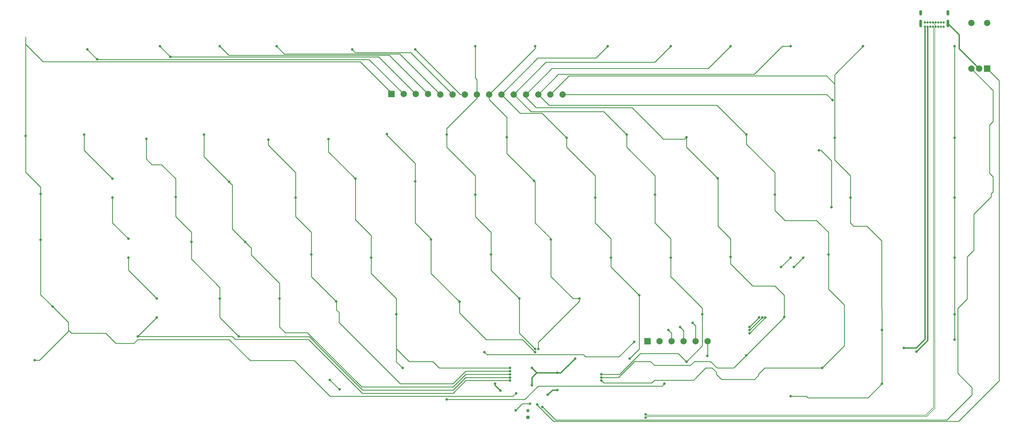
<source format=gbr>
%TF.GenerationSoftware,KiCad,Pcbnew,(6.0.0)*%
%TF.CreationDate,2022-01-14T20:24:59+07:00*%
%TF.ProjectId,fese75,66657365-3735-42e6-9b69-6361645f7063,rev?*%
%TF.SameCoordinates,Original*%
%TF.FileFunction,Copper,L1,Top*%
%TF.FilePolarity,Positive*%
%FSLAX46Y46*%
G04 Gerber Fmt 4.6, Leading zero omitted, Abs format (unit mm)*
G04 Created by KiCad (PCBNEW (6.0.0)) date 2022-01-14 20:24:59*
%MOMM*%
%LPD*%
G01*
G04 APERTURE LIST*
%TA.AperFunction,ComponentPad*%
%ADD10C,1.000000*%
%TD*%
%TA.AperFunction,ComponentPad*%
%ADD11C,0.700000*%
%TD*%
%TA.AperFunction,ComponentPad*%
%ADD12O,0.900000X2.400000*%
%TD*%
%TA.AperFunction,ComponentPad*%
%ADD13O,0.900000X1.700000*%
%TD*%
%TA.AperFunction,ComponentPad*%
%ADD14R,1.000000X1.000000*%
%TD*%
%TA.AperFunction,ComponentPad*%
%ADD15C,2.000000*%
%TD*%
%TA.AperFunction,ComponentPad*%
%ADD16R,2.000000X2.000000*%
%TD*%
%TA.AperFunction,ViaPad*%
%ADD17C,0.800000*%
%TD*%
%TA.AperFunction,Conductor*%
%ADD18C,0.250000*%
%TD*%
%TA.AperFunction,Conductor*%
%ADD19C,0.254000*%
%TD*%
%TA.AperFunction,Conductor*%
%ADD20C,0.381000*%
%TD*%
%TA.AperFunction,Conductor*%
%ADD21C,0.200000*%
%TD*%
G04 APERTURE END LIST*
D10*
%TO.P,TP1,1,1*%
%TO.N,Net-(R2-Pad2)*%
X194600000Y-176300000D03*
%TD*%
D11*
%TO.P,J2,A1,GND*%
%TO.N,GND*%
X326443750Y-54537500D03*
%TO.P,J2,A4,VBUS*%
%TO.N,VCC*%
X325593750Y-54537500D03*
%TO.P,J2,A5,CC1*%
%TO.N,unconnected-(J2-PadA5)*%
X324743750Y-54537500D03*
%TO.P,J2,A6,D+*%
%TO.N,D+*%
X323893750Y-54537500D03*
%TO.P,J2,A7,D-*%
%TO.N,D-*%
X323043750Y-54537500D03*
%TO.P,J2,A8,SBU1*%
%TO.N,unconnected-(J2-PadA8)*%
X322193750Y-54537500D03*
%TO.P,J2,A9,VBUS*%
%TO.N,VCC*%
X321343750Y-54537500D03*
%TO.P,J2,A12,GND*%
%TO.N,GND*%
X320493750Y-54537500D03*
%TO.P,J2,B1,GND*%
X320493750Y-53187500D03*
%TO.P,J2,B4,VBUS*%
%TO.N,VCC*%
X321343750Y-53187500D03*
%TO.P,J2,B5,CC2*%
%TO.N,unconnected-(J2-PadB5)*%
X322193750Y-53187500D03*
%TO.P,J2,B6,D+*%
%TO.N,D+*%
X323043750Y-53187500D03*
%TO.P,J2,B7,D-*%
%TO.N,D-*%
X323893750Y-53187500D03*
%TO.P,J2,B8,SBU2*%
%TO.N,unconnected-(J2-PadB8)*%
X324743750Y-53187500D03*
%TO.P,J2,B9,VBUS*%
%TO.N,VCC*%
X325593750Y-53187500D03*
%TO.P,J2,B12,GND*%
%TO.N,GND*%
X326443750Y-53187500D03*
D12*
%TO.P,J2,S1,SHIELD*%
X319143750Y-53557500D03*
X327793750Y-53557500D03*
D13*
X319143750Y-50177500D03*
X327793750Y-50177500D03*
%TD*%
D14*
%TO.P,TP2,1,1*%
%TO.N,GND*%
X194600000Y-178400000D03*
%TD*%
D15*
%TO.P,TP13,1,1*%
%TO.N,COL11*%
X190131250Y-76043750D03*
%TD*%
%TO.P,TP4,1,1*%
%TO.N,COL2*%
X155224111Y-75943750D03*
%TD*%
D16*
%TO.P,TP3,1,1*%
%TO.N,COL1*%
X151345540Y-75943750D03*
%TD*%
D15*
%TO.P,TP9,1,1*%
%TO.N,COL7*%
X174616966Y-76043750D03*
%TD*%
%TO.P,TP7,1,1*%
%TO.N,COL5*%
X166859824Y-76043750D03*
%TD*%
%TO.P,TP14,1,1*%
%TO.N,COL12*%
X194009821Y-76043750D03*
%TD*%
%TO.P,TP5,1,1*%
%TO.N,COL3*%
X159102682Y-75943750D03*
%TD*%
%TO.P,TP11,1,1*%
%TO.N,COL9*%
X182374108Y-76043750D03*
%TD*%
%TO.P,TP10,1,1*%
%TO.N,COL8*%
X178495537Y-76043750D03*
%TD*%
D16*
%TO.P,SW1,A,A*%
%TO.N,ROT_A*%
X340250000Y-67887500D03*
D15*
%TO.P,SW1,B,B*%
%TO.N,ROT_B*%
X335250000Y-67887500D03*
%TO.P,SW1,C,C*%
%TO.N,GND*%
X337750000Y-67887500D03*
%TO.P,SW1,S1,S1*%
%TO.N,COL15*%
X335250000Y-53387500D03*
%TO.P,SW1,S2,S2*%
%TO.N,/ROT1*%
X340250000Y-53387500D03*
%TD*%
%TO.P,TP15,1,1*%
%TO.N,COL13*%
X197888392Y-76043750D03*
%TD*%
%TO.P,TP20,1,1*%
%TO.N,ROW3*%
X240171250Y-154343750D03*
%TD*%
%TO.P,TP16,1,1*%
%TO.N,COL14*%
X201766963Y-76043750D03*
%TD*%
%TO.P,TP23,1,1*%
%TO.N,ROW6*%
X251631250Y-154343750D03*
%TD*%
%TO.P,TP22,1,1*%
%TO.N,ROW5*%
X247811250Y-154343750D03*
%TD*%
%TO.P,TP19,1,1*%
%TO.N,ROW2*%
X236351250Y-154343750D03*
%TD*%
%TO.P,TP6,1,1*%
%TO.N,COL4*%
X162981253Y-75943750D03*
%TD*%
%TO.P,TP12,1,1*%
%TO.N,COL10*%
X186252679Y-76043750D03*
%TD*%
D16*
%TO.P,TP18,1,1*%
%TO.N,ROW1*%
X232531250Y-154343750D03*
%TD*%
D15*
%TO.P,TP21,1,1*%
%TO.N,ROW4*%
X243991250Y-154343750D03*
%TD*%
%TO.P,TP17,1,1*%
%TO.N,COL15*%
X205645540Y-76043750D03*
%TD*%
%TO.P,TP8,1,1*%
%TO.N,COL6*%
X170738395Y-76043750D03*
%TD*%
D17*
%TO.N,COL12*%
X244925000Y-89593750D03*
X217925000Y-165787500D03*
X275925000Y-146593750D03*
X254815625Y-102678125D03*
X263925000Y-158787500D03*
X258925000Y-127568750D03*
X258925000Y-60787500D03*
%TO.N,COL13*%
X263925000Y-88787500D03*
X289925000Y-126787500D03*
X277925000Y-60787500D03*
X272925000Y-107787500D03*
X217925000Y-166787500D03*
X287925000Y-162787500D03*
%TO.N,COL9*%
X196925000Y-60787500D03*
X196565625Y-103428125D03*
X201925000Y-122068750D03*
X210925000Y-140787500D03*
X197955533Y-156768837D03*
X187925000Y-89593750D03*
%TO.N,COL10*%
X215925000Y-108787500D03*
X220925000Y-127787500D03*
X226925000Y-159787500D03*
X229925000Y-139787500D03*
X206925000Y-89787500D03*
X219925000Y-60787500D03*
%TO.N,COL11*%
X249925000Y-145787500D03*
X239925000Y-60787500D03*
X234925000Y-107787500D03*
X239925000Y-127787500D03*
X225925000Y-88787500D03*
X217925000Y-164787500D03*
X244925000Y-160787500D03*
%TO.N,COL2*%
X67925000Y-121787500D03*
X67925000Y-127787500D03*
X62925000Y-108787500D03*
X76925000Y-146787500D03*
X70925000Y-152787500D03*
X188925000Y-166787500D03*
X76925000Y-140787500D03*
X53925000Y-88787500D03*
X54925000Y-61787500D03*
X58081250Y-64917250D03*
X62925000Y-102787500D03*
%TO.N,COL3*%
X81243331Y-64105831D03*
X82925000Y-108568750D03*
X102925000Y-152787500D03*
X96925000Y-140787500D03*
X188925000Y-165787500D03*
X73660000Y-90170000D03*
X77925000Y-60787500D03*
X87925000Y-122787500D03*
%TO.N,COL6*%
X139925000Y-102787500D03*
X144925000Y-127787500D03*
X131376729Y-90239229D03*
X152925000Y-145787500D03*
X138925000Y-61787500D03*
X188924998Y-162776274D03*
X154925000Y-162787500D03*
%TO.N,COL14*%
X296925000Y-108787500D03*
X306925000Y-167787500D03*
X300925000Y-60787500D03*
X291925000Y-89787500D03*
X277925000Y-171787500D03*
X306925000Y-150787500D03*
%TO.N,COL4*%
X96925000Y-60787500D03*
X99925000Y-103787500D03*
X104925000Y-122787500D03*
X91925000Y-88787500D03*
X115925000Y-140787500D03*
X188912701Y-164775201D03*
%TO.N,COL1*%
X40133750Y-122122500D03*
X35371250Y-89203750D03*
X190925000Y-170787500D03*
X38231250Y-160343750D03*
X40133750Y-107546250D03*
X43881250Y-143293750D03*
%TO.N,ROW1*%
X228331250Y-154443750D03*
X190731250Y-176243750D03*
X195331250Y-174143750D03*
X131831250Y-166543750D03*
X134931250Y-169543750D03*
X180831250Y-157743750D03*
%TO.N,ROW2*%
X278925000Y-130787500D03*
X269925000Y-146787500D03*
X286925000Y-93787500D03*
X290925000Y-111787500D03*
X281925000Y-127787500D03*
X264925000Y-151787500D03*
%TO.N,ROW3*%
X274925000Y-130787500D03*
X277925000Y-127787500D03*
X239175000Y-150787500D03*
X264925000Y-150787500D03*
X268925000Y-146787500D03*
%TO.N,ROW4*%
X267925000Y-146787500D03*
X242887500Y-149787500D03*
X264925000Y-149787500D03*
%TO.N,ROW5*%
X246879651Y-148468271D03*
%TO.N,ROW6*%
X237925000Y-167787500D03*
X168925000Y-172787500D03*
X251531250Y-158943750D03*
%TO.N,COL5*%
X125925000Y-126787500D03*
X120925000Y-108787500D03*
X133815625Y-141678125D03*
X188925146Y-163775776D03*
X112326729Y-90385771D03*
X114925000Y-60787500D03*
%TO.N,COL7*%
X163925000Y-122068750D03*
X149925000Y-88593750D03*
X158925000Y-103568750D03*
X172925000Y-141787500D03*
X158925000Y-61787500D03*
X196925000Y-157787500D03*
%TO.N,COL8*%
X191925000Y-140787500D03*
X182925000Y-126787500D03*
X177925000Y-60787500D03*
X196937299Y-156775201D03*
X168925000Y-88787500D03*
X177925000Y-107787500D03*
%TO.N,COL15*%
X329925000Y-127787500D03*
X329925000Y-145787500D03*
X329925000Y-153787500D03*
X329925000Y-89787500D03*
X329925000Y-60787500D03*
X291200500Y-77843750D03*
X329925000Y-108787500D03*
%TO.N,GND*%
X200898998Y-171251497D03*
X184225000Y-167787500D03*
X185925003Y-169987493D03*
X195925000Y-162787500D03*
X209575000Y-159787500D03*
X203925000Y-164287500D03*
X195925000Y-168287500D03*
X203937299Y-169775201D03*
X313800000Y-156400000D03*
%TO.N,D+*%
X232000000Y-178525000D03*
%TO.N,D-*%
X232000000Y-177475000D03*
%TO.N,ROT_A*%
X197625461Y-174369816D03*
%TO.N,ROT_B*%
X199200000Y-175100000D03*
%TO.N,VCC*%
X317800000Y-157600000D03*
%TD*%
D18*
%TO.N,COL12*%
X252925000Y-100787500D02*
X254815625Y-102678125D01*
D19*
X202241071Y-67812500D02*
X251900000Y-67812500D01*
D18*
X275925000Y-139787500D02*
X275925000Y-146593750D01*
X254925000Y-113787500D02*
X254925000Y-116787500D01*
X234719797Y-161938271D02*
X246210755Y-161938271D01*
D19*
X244925000Y-89593750D02*
X244323479Y-90195271D01*
X227631250Y-80243750D02*
X197231250Y-80243750D01*
D18*
X233510755Y-160729229D02*
X234719797Y-161938271D01*
X258925000Y-60787500D02*
X251900000Y-67812500D01*
X244925000Y-91787500D02*
X244925000Y-92787500D01*
X223311526Y-165787500D02*
X228369797Y-160729229D01*
X265925000Y-136787500D02*
X272925000Y-136787500D01*
X258925000Y-129787500D02*
X265925000Y-136787500D01*
X254815625Y-102678125D02*
X254925000Y-102787500D01*
X247419797Y-160729229D02*
X252560755Y-160729229D01*
D19*
X237517852Y-90195271D02*
X236784729Y-89462148D01*
D18*
X228369797Y-160729229D02*
X233510755Y-160729229D01*
X244925000Y-92787500D02*
X252925000Y-100787500D01*
X254925000Y-117787500D02*
X258925000Y-121787500D01*
X275925000Y-146593750D02*
X275925000Y-146787500D01*
X275925000Y-146787500D02*
X263925000Y-158787500D01*
D19*
X194009821Y-77022321D02*
X194009821Y-76043750D01*
D18*
X252560755Y-160729229D02*
X254619026Y-162787500D01*
X217925000Y-165787500D02*
X223311526Y-165787500D01*
X244925000Y-89593750D02*
X244925000Y-91787500D01*
D19*
X194009821Y-76043750D02*
X202241071Y-67812500D01*
D18*
X254925000Y-116787500D02*
X254925000Y-117787500D01*
X259925000Y-162787500D02*
X263925000Y-158787500D01*
D19*
X236784729Y-89462148D02*
X236784729Y-89397229D01*
D18*
X272925000Y-136787500D02*
X275925000Y-139787500D01*
X254619026Y-162787500D02*
X259925000Y-162787500D01*
D19*
X197231250Y-80243750D02*
X194009821Y-77022321D01*
D18*
X258925000Y-121787500D02*
X258925000Y-127568750D01*
D19*
X236784729Y-89397229D02*
X227631250Y-80243750D01*
D18*
X258925000Y-127568750D02*
X258925000Y-129787500D01*
D19*
X244323479Y-90195271D02*
X237517852Y-90195271D01*
D18*
X254925000Y-102787500D02*
X254925000Y-113787500D01*
X246210755Y-161938271D02*
X247419797Y-160729229D01*
%TO.N,COL13*%
X289925000Y-126787500D02*
X289925000Y-134787500D01*
X289925000Y-137787500D02*
X294925000Y-142787500D01*
X255986542Y-166393271D02*
X254380771Y-164787500D01*
X287906729Y-162769229D02*
X269731745Y-162769229D01*
X248175771Y-165616148D02*
X248175771Y-165661320D01*
X252989810Y-162769229D02*
X251022690Y-162769229D01*
X272925000Y-100787500D02*
X272925000Y-112787500D01*
X247176800Y-166660291D02*
X234797790Y-166660291D01*
X294925000Y-142787500D02*
X294925000Y-155787500D01*
X272925000Y-112787500D02*
X276156250Y-116018750D01*
X266493820Y-166393271D02*
X255986542Y-166393271D01*
X289925000Y-119787500D02*
X289925000Y-126787500D01*
D19*
X254581250Y-79443750D02*
X201288392Y-79443750D01*
D18*
X267713474Y-165173617D02*
X266493820Y-166393271D01*
X254380771Y-164160190D02*
X252989810Y-162769229D01*
X251022690Y-162769229D02*
X248175771Y-165616148D01*
X289925000Y-134787500D02*
X289925000Y-137787500D01*
X263925000Y-88787500D02*
X263925000Y-91787500D01*
X294925000Y-155787500D02*
X287925000Y-162787500D01*
X287925000Y-162787500D02*
X287906729Y-162769229D01*
D19*
X204288392Y-69643750D02*
X197888392Y-76043750D01*
D18*
X287156250Y-117018750D02*
X289925000Y-119787500D01*
X233939810Y-167518271D02*
X218655771Y-167518271D01*
D19*
X201288392Y-79443750D02*
X197888392Y-76043750D01*
X263925000Y-88787500D02*
X254581250Y-79443750D01*
X266429353Y-69643750D02*
X204288392Y-69643750D01*
X276156250Y-116018750D02*
X286156250Y-116018750D01*
D18*
X234797790Y-166660291D02*
X233939810Y-167518271D01*
X263925000Y-91787500D02*
X272925000Y-100787500D01*
X254380771Y-164787500D02*
X254380771Y-164160190D01*
X269731745Y-162769229D02*
X267713474Y-164787500D01*
X218655771Y-167518271D02*
X217925000Y-166787500D01*
D19*
X275285603Y-60787500D02*
X266429353Y-69643750D01*
X286156250Y-116018750D02*
X287156250Y-117018750D01*
X277925000Y-60787500D02*
X275285603Y-60787500D01*
D18*
X267713474Y-164787500D02*
X267713474Y-165173617D01*
X248175771Y-165661320D02*
X247176800Y-166660291D01*
%TO.N,COL9*%
X187925000Y-89593750D02*
X187925000Y-94787500D01*
X196925000Y-114787500D02*
X196925000Y-116787500D01*
X196565625Y-103428125D02*
X196925000Y-103787500D01*
D19*
X182374108Y-76043750D02*
X196925000Y-61492858D01*
D18*
X208925000Y-140787500D02*
X210925000Y-140787500D01*
D19*
X196925000Y-61492858D02*
X196925000Y-60787500D01*
D18*
X201925000Y-132787500D02*
X201925000Y-133787500D01*
D19*
X182374108Y-77686608D02*
X182374108Y-76043750D01*
D18*
X201925000Y-121787500D02*
X201925000Y-122068750D01*
X187925000Y-94787500D02*
X191925000Y-98787500D01*
X187925000Y-83237500D02*
X187925000Y-89593750D01*
X201925000Y-122068750D02*
X201925000Y-132787500D01*
X197925000Y-156738304D02*
X197955533Y-156768837D01*
X210925000Y-141634591D02*
X197925000Y-154634591D01*
X201925000Y-133787500D02*
X208925000Y-140787500D01*
X210925000Y-140787500D02*
X210925000Y-141634591D01*
X196925000Y-103787500D02*
X196925000Y-114787500D01*
X197925000Y-154634591D02*
X197925000Y-156738304D01*
X196925000Y-116787500D02*
X199925000Y-119787500D01*
X199925000Y-119787500D02*
X201925000Y-121787500D01*
D19*
X187925000Y-83237500D02*
X182374108Y-77686608D01*
D18*
X191925000Y-98787500D02*
X196565625Y-103428125D01*
D19*
%TO.N,COL10*%
X199124729Y-81987229D02*
X192196158Y-81987229D01*
D18*
X220925000Y-121787500D02*
X220925000Y-127787500D01*
X215925000Y-114787500D02*
X215925000Y-116787500D01*
D19*
X206925000Y-92787500D02*
X206925000Y-89787500D01*
D18*
X215925000Y-108787500D02*
X215925000Y-114787500D01*
X215925000Y-101787500D02*
X215925000Y-108787500D01*
X219925000Y-60787500D02*
X216200000Y-64512500D01*
X229925000Y-156787500D02*
X226925000Y-159787500D01*
X220925000Y-130787500D02*
X229925000Y-139787500D01*
X220925000Y-127787500D02*
X220925000Y-130787500D01*
X206925000Y-92787500D02*
X214925000Y-100787500D01*
X214925000Y-100787500D02*
X215925000Y-101787500D01*
D19*
X186252679Y-76043750D02*
X197783929Y-64512500D01*
X197783929Y-64512500D02*
X216200000Y-64512500D01*
X206925000Y-89787500D02*
X199124729Y-81987229D01*
D18*
X229925000Y-139787500D02*
X229925000Y-156787500D01*
X215925000Y-116787500D02*
X220925000Y-121787500D01*
D19*
X192196158Y-81987229D02*
X186252679Y-76043750D01*
D18*
%TO.N,COL11*%
X223675809Y-164787500D02*
X217925000Y-164787500D01*
D19*
X225925000Y-88787500D02*
X218671209Y-81533709D01*
D18*
X249925000Y-155787500D02*
X244925000Y-160787500D01*
X249925000Y-143787500D02*
X249925000Y-155787500D01*
X225925000Y-92787500D02*
X234925000Y-101787500D01*
X244925000Y-160787500D02*
X242326729Y-158189229D01*
X242326729Y-158189229D02*
X230274080Y-158189229D01*
X230274080Y-158189229D02*
X223675809Y-164787500D01*
D19*
X195621209Y-81533709D02*
X190131250Y-76043750D01*
D18*
X234925000Y-101787500D02*
X234925000Y-115787500D01*
X234925000Y-115787500D02*
X234925000Y-116787500D01*
D19*
X190131250Y-76043750D02*
X200312500Y-65862500D01*
D18*
X225925000Y-88787500D02*
X225925000Y-92787500D01*
D19*
X218671209Y-81533709D02*
X195621209Y-81533709D01*
D18*
X239925000Y-60787500D02*
X234850000Y-65862500D01*
X234925000Y-116787500D02*
X239925000Y-121787500D01*
X239925000Y-121787500D02*
X239925000Y-133787500D01*
X239925000Y-133787500D02*
X249925000Y-143787500D01*
D19*
X200312500Y-65862500D02*
X234850000Y-65862500D01*
D18*
%TO.N,COL2*%
X76925000Y-146787500D02*
X70925000Y-152787500D01*
X100925000Y-152787500D02*
X101815625Y-153678125D01*
D19*
X58081250Y-64943750D02*
X144224111Y-64943750D01*
D18*
X170925000Y-170787500D02*
X174925000Y-166787500D01*
X70925000Y-152787500D02*
X100925000Y-152787500D01*
X62925000Y-108787500D02*
X62925000Y-116787500D01*
X67925000Y-127787500D02*
X67925000Y-131787500D01*
X53925000Y-88787500D02*
X53925000Y-93787500D01*
X62925000Y-116787500D02*
X67925000Y-121787500D01*
X174925000Y-166787500D02*
X188925000Y-166787500D01*
X53925000Y-93787500D02*
X62925000Y-102787500D01*
X101815625Y-153678125D02*
X125009375Y-153678125D01*
D19*
X54925000Y-61787500D02*
X58081250Y-64943750D01*
D18*
X67925000Y-131787500D02*
X76925000Y-140787500D01*
X125009375Y-153678125D02*
X142118750Y-170787500D01*
D19*
X144224111Y-64943750D02*
X155224111Y-75943750D01*
D18*
X142118750Y-170787500D02*
X170925000Y-170787500D01*
%TO.N,COL3*%
X82925000Y-114787500D02*
X87925000Y-119787500D01*
D19*
X147264763Y-64105831D02*
X159102682Y-75943750D01*
D18*
X87925000Y-119787500D02*
X87925000Y-128269026D01*
X78445771Y-98308271D02*
X82925000Y-102787500D01*
D19*
X73660000Y-90170000D02*
X73660000Y-96522500D01*
D18*
X82925000Y-108568750D02*
X82925000Y-114787500D01*
X125344282Y-152831250D02*
X127206250Y-154693218D01*
X102968750Y-152831250D02*
X125344282Y-152831250D01*
X82925000Y-102787500D02*
X82925000Y-108568750D01*
X102925000Y-152787500D02*
X96925000Y-146787500D01*
X102925000Y-152787500D02*
X102968750Y-152831250D01*
D19*
X73660000Y-96522500D02*
X75445771Y-98308271D01*
D18*
X174925000Y-165787500D02*
X188925000Y-165787500D01*
D19*
X77925000Y-60787500D02*
X81243331Y-64105831D01*
D18*
X127206250Y-154787500D02*
X142250000Y-169831250D01*
X75445771Y-98308271D02*
X78445771Y-98308271D01*
X87925000Y-128269026D02*
X96925000Y-137269026D01*
X170881250Y-169831250D02*
X174925000Y-165787500D01*
X96925000Y-137269026D02*
X96925000Y-146787500D01*
X142250000Y-169831250D02*
X170881250Y-169831250D01*
D19*
X81243331Y-64105831D02*
X147264763Y-64105831D01*
D18*
X127206250Y-154693218D02*
X127206250Y-154787500D01*
D19*
%TO.N,COL6*%
X157439916Y-62745271D02*
X170738395Y-76043750D01*
D18*
X166501550Y-162776274D02*
X188924998Y-162776274D01*
X152925000Y-155787500D02*
X152925000Y-159787500D01*
X131376729Y-90239229D02*
X131376729Y-94239229D01*
X131376729Y-94239229D02*
X139925000Y-102787500D01*
X139925000Y-102787500D02*
X139925000Y-113787500D01*
X156983271Y-160729229D02*
X152925000Y-156670958D01*
D19*
X139882771Y-62745271D02*
X157439916Y-62745271D01*
D18*
X188917953Y-162769229D02*
X188924998Y-162776274D01*
X152925000Y-159787500D02*
X152925000Y-160787500D01*
X164454505Y-160729229D02*
X166501550Y-162776274D01*
X152925000Y-140787500D02*
X152925000Y-145787500D01*
X152925000Y-156670958D02*
X152925000Y-155787500D01*
X154925000Y-162787500D02*
X154925000Y-163015841D01*
X152925000Y-160787500D02*
X154925000Y-162787500D01*
X156983271Y-160729229D02*
X164454505Y-160729229D01*
X139925000Y-115787500D02*
X142925000Y-118787500D01*
X142925000Y-118787500D02*
X144925000Y-120787500D01*
X144925000Y-127787500D02*
X144925000Y-132787500D01*
X152925000Y-145787500D02*
X152925000Y-155787500D01*
X139925000Y-113787500D02*
X139925000Y-115787500D01*
X144925000Y-120787500D02*
X144925000Y-127787500D01*
X144925000Y-132787500D02*
X152925000Y-140787500D01*
D19*
X138925000Y-61787500D02*
X139882771Y-62745271D01*
D18*
%TO.N,COL14*%
X291925000Y-96787500D02*
X296925000Y-101787500D01*
X282925000Y-171787500D02*
X283399521Y-172262021D01*
X291925000Y-72737500D02*
X291925000Y-96787500D01*
X300925000Y-60787500D02*
X291925000Y-69787500D01*
X297925000Y-117787500D02*
X296925000Y-116787500D01*
D19*
X289331250Y-70143750D02*
X291925000Y-72737500D01*
D18*
X306925000Y-150787500D02*
X306925000Y-167787500D01*
X306819579Y-143963329D02*
X306819579Y-122488329D01*
X291925000Y-69787500D02*
X291925000Y-72737500D01*
X302118750Y-117787500D02*
X297925000Y-117787500D01*
X306925000Y-144068750D02*
X306819579Y-143963329D01*
D19*
X207666963Y-70143750D02*
X289331250Y-70143750D01*
X201766963Y-76043750D02*
X207666963Y-70143750D01*
D18*
X306925000Y-150787500D02*
X306925000Y-144068750D01*
X302450479Y-172262021D02*
X306925000Y-167787500D01*
X296925000Y-116787500D02*
X296925000Y-108787500D01*
X296925000Y-101787500D02*
X296925000Y-108787500D01*
X283399521Y-172262021D02*
X302450479Y-172262021D01*
X306819579Y-122488329D02*
X302118750Y-117787500D01*
X277925000Y-171787500D02*
X282925000Y-171787500D01*
%TO.N,COL4*%
X106925000Y-124787500D02*
X106925000Y-126922091D01*
X100925000Y-104787500D02*
X100925000Y-118787500D01*
X174925000Y-164787500D02*
X188900402Y-164787500D01*
X104925000Y-122787500D02*
X106925000Y-124787500D01*
X115925000Y-135922091D02*
X115925000Y-140787500D01*
X91925000Y-88787500D02*
X91925000Y-95787500D01*
X91925000Y-95787500D02*
X100925000Y-104787500D01*
X100925000Y-118787500D02*
X104925000Y-122787500D01*
D19*
X150689814Y-63652311D02*
X162981253Y-75943750D01*
D18*
X115925000Y-140787500D02*
X115925000Y-149787500D01*
X141936250Y-168787500D02*
X170925000Y-168787500D01*
X188900402Y-164787500D02*
X188912701Y-164775201D01*
X117708750Y-151571250D02*
X124720000Y-151571250D01*
D19*
X99789811Y-63652311D02*
X150689814Y-63652311D01*
D18*
X106925000Y-126922091D02*
X115925000Y-135922091D01*
X124720000Y-151571250D02*
X141936250Y-168787500D01*
X115925000Y-149787500D02*
X117708750Y-151571250D01*
D19*
X96925000Y-60787500D02*
X99789811Y-63652311D01*
D18*
X170925000Y-168787500D02*
X174925000Y-164787500D01*
D19*
%TO.N,COL1*%
X40133750Y-122122500D02*
X40133750Y-139546250D01*
X60775000Y-151787500D02*
X63966771Y-154979271D01*
D18*
X40133750Y-105641250D02*
X40133750Y-107546250D01*
D19*
X69695729Y-154979271D02*
X70887500Y-153787500D01*
X40133750Y-105453750D02*
X40133750Y-105641250D01*
X48925000Y-148337500D02*
X48925000Y-150787500D01*
X35371250Y-60133669D02*
X40881331Y-65643750D01*
X43881250Y-143293750D02*
X48925000Y-148337500D01*
X38231250Y-160343750D02*
X39781783Y-160343750D01*
D18*
X35371250Y-57828750D02*
X35371250Y-58083750D01*
X35371250Y-89203750D02*
X35371250Y-100691250D01*
D19*
X40133750Y-139546250D02*
X43881250Y-143293750D01*
D18*
X99925000Y-153787500D02*
X106565625Y-160428125D01*
X120565625Y-160428125D02*
X131925000Y-171787500D01*
X189925000Y-171787500D02*
X190925000Y-170787500D01*
X40133750Y-107546250D02*
X40133750Y-122122500D01*
D19*
X48925000Y-151200533D02*
X48925000Y-150787500D01*
D18*
X106565625Y-160428125D02*
X120565625Y-160428125D01*
D19*
X35371250Y-58083750D02*
X35371250Y-60133669D01*
D18*
X49925000Y-151787500D02*
X60775000Y-151787500D01*
D19*
X35371250Y-100691250D02*
X40133750Y-105453750D01*
X141431250Y-65643750D02*
X151345540Y-75558040D01*
D18*
X131925000Y-171787500D02*
X189925000Y-171787500D01*
D19*
X40881331Y-65643750D02*
X141431250Y-65643750D01*
X39781783Y-160343750D02*
X48925000Y-151200533D01*
D18*
X35371250Y-58083750D02*
X35371250Y-86403750D01*
X35371250Y-86403750D02*
X35371250Y-89203750D01*
D19*
X63966771Y-154979271D02*
X69695729Y-154979271D01*
X151345540Y-75558040D02*
X151345540Y-75943750D01*
D18*
X70887500Y-153787500D02*
X99925000Y-153787500D01*
X48925000Y-150787500D02*
X49925000Y-151787500D01*
D19*
%TO.N,ROW1*%
X180831250Y-157743750D02*
X181631250Y-158543750D01*
X134831250Y-169543750D02*
X134931250Y-169543750D01*
X131831250Y-166543750D02*
X134831250Y-169543750D01*
X212202717Y-158543750D02*
X212918138Y-159259171D01*
X212918138Y-159259171D02*
X223515829Y-159259171D01*
X190731250Y-176243750D02*
X192831250Y-174143750D01*
X223515829Y-159259171D02*
X228331250Y-154443750D01*
X181631250Y-158543750D02*
X212202717Y-158543750D01*
X192831250Y-174143750D02*
X195331250Y-174143750D01*
D18*
%TO.N,ROW2*%
X264925000Y-151787500D02*
X264949614Y-151787500D01*
X287631454Y-93787500D02*
X286925000Y-93787500D01*
X269925000Y-146812114D02*
X269925000Y-146787500D01*
X290925000Y-97081046D02*
X287631454Y-93787500D01*
X264949614Y-151787500D02*
X269925000Y-146812114D01*
X278925000Y-130787500D02*
X281925000Y-127787500D01*
X290925000Y-111787500D02*
X290925000Y-97081046D01*
%TO.N,ROW3*%
X268925000Y-146787500D02*
X268925000Y-146812114D01*
X268925000Y-146812114D02*
X264949614Y-150787500D01*
D19*
X240171250Y-154343750D02*
X240171250Y-151783750D01*
D18*
X264949614Y-150787500D02*
X264925000Y-150787500D01*
D19*
X240171250Y-151783750D02*
X239175000Y-150787500D01*
D18*
X277925000Y-127787500D02*
X274925000Y-130787500D01*
D19*
%TO.N,ROW4*%
X243991250Y-154343750D02*
X243991250Y-150891250D01*
X243991250Y-150891250D02*
X242887500Y-149787500D01*
D18*
X267925000Y-146787500D02*
X264925000Y-149787500D01*
D19*
%TO.N,ROW5*%
X247811250Y-154343750D02*
X247811250Y-149399870D01*
X247811250Y-149399870D02*
X246879651Y-148468271D01*
%TO.N,ROW6*%
X251531250Y-158943750D02*
X251631250Y-158843750D01*
D18*
X237206250Y-168506250D02*
X237925000Y-167787500D01*
D19*
X197893750Y-168506250D02*
X237206250Y-168506250D01*
X193612500Y-172787500D02*
X197893750Y-168506250D01*
X251631250Y-158843750D02*
X251631250Y-154343750D01*
X168925000Y-172787500D02*
X193612500Y-172787500D01*
D18*
%TO.N,COL5*%
X133925000Y-144397091D02*
X134729795Y-145201886D01*
D19*
X154014865Y-63198791D02*
X166859824Y-76043750D01*
D18*
X120925000Y-100787500D02*
X120925000Y-114787500D01*
X125925000Y-119787500D02*
X125925000Y-133787500D01*
D19*
X114925000Y-60787500D02*
X117336291Y-63198791D01*
D18*
X120925000Y-114787500D02*
X125925000Y-119787500D01*
X133925000Y-141787500D02*
X133925000Y-144397091D01*
X134729795Y-148397091D02*
X154120204Y-167787500D01*
D19*
X117336291Y-63198791D02*
X154014865Y-63198791D01*
D18*
X133815625Y-141678125D02*
X133925000Y-141787500D01*
X112326729Y-90385771D02*
X112326729Y-92189229D01*
X134729795Y-145201886D02*
X134729795Y-148397091D01*
X125925000Y-133787500D02*
X133815625Y-141678125D01*
X174936724Y-163775776D02*
X188925146Y-163775776D01*
X170925000Y-167787500D02*
X174936724Y-163775776D01*
X154120204Y-167787500D02*
X170925000Y-167787500D01*
X112326729Y-92189229D02*
X120925000Y-100787500D01*
%TO.N,COL7*%
X158925000Y-97959591D02*
X158925000Y-103568750D01*
D19*
X173181250Y-76043750D02*
X158925000Y-61787500D01*
D18*
X149925000Y-88593750D02*
X149925000Y-88959591D01*
X163925000Y-121787500D02*
X163925000Y-122068750D01*
X163925000Y-131787500D02*
X163925000Y-132787500D01*
X192925000Y-153787500D02*
X195925000Y-156787500D01*
X158925000Y-116787500D02*
X163925000Y-121787500D01*
X163925000Y-122068750D02*
X163925000Y-131787500D01*
D19*
X174616966Y-76043750D02*
X173181250Y-76043750D01*
D18*
X158925000Y-103568750D02*
X158925000Y-103787500D01*
X195925000Y-156787500D02*
X196925000Y-157787500D01*
X163925000Y-132787500D02*
X172925000Y-141787500D01*
X158925000Y-103787500D02*
X158925000Y-116787500D01*
X191925000Y-153787500D02*
X192925000Y-153787500D01*
X181415409Y-153787500D02*
X191925000Y-153787500D01*
X149925000Y-88959591D02*
X158925000Y-97959591D01*
X172925000Y-141787500D02*
X172925000Y-145297091D01*
X180415409Y-152787500D02*
X181415409Y-153787500D01*
X172925000Y-145297091D02*
X180415409Y-152787500D01*
%TO.N,COL8*%
X168925000Y-88787500D02*
X168925000Y-92787500D01*
X177925000Y-107787500D02*
X177925000Y-114787500D01*
D19*
X168925000Y-86821197D02*
X178466734Y-77279463D01*
X178495537Y-77279463D02*
X178495537Y-76043750D01*
X178466734Y-77279463D02*
X178495537Y-77279463D01*
D18*
X182925000Y-131787500D02*
X191925000Y-140787500D01*
D19*
X168925000Y-88787500D02*
X168925000Y-86821197D01*
D18*
X191925000Y-140787500D02*
X191925000Y-151762902D01*
X177925000Y-60787500D02*
X177925000Y-70787500D01*
X191925000Y-151762902D02*
X196937299Y-156775201D01*
X168925000Y-92787500D02*
X177925000Y-101787500D01*
D19*
X177925000Y-70787500D02*
X178495537Y-71358037D01*
X178495537Y-71358037D02*
X178495537Y-76043750D01*
D18*
X182925000Y-119787500D02*
X182925000Y-126787500D01*
X177925000Y-114787500D02*
X182925000Y-119787500D01*
X177925000Y-101787500D02*
X177925000Y-107787500D01*
X182925000Y-126787500D02*
X182925000Y-131787500D01*
D19*
%TO.N,COL15*%
X205645540Y-76043750D02*
X289400500Y-76043750D01*
D18*
X329925000Y-153787500D02*
X329925000Y-145787500D01*
X329925000Y-60787500D02*
X329925000Y-89787500D01*
X329925000Y-127787500D02*
X329925000Y-145787500D01*
X329925000Y-89787500D02*
X329925000Y-108787500D01*
X329925000Y-108787500D02*
X329925000Y-127787500D01*
D19*
X289400500Y-76043750D02*
X291200500Y-77843750D01*
D20*
%TO.N,GND*%
X205075000Y-164287500D02*
X209575000Y-159787500D01*
X200898998Y-171251497D02*
X202375294Y-169775201D01*
X331336229Y-61473729D02*
X331336229Y-57099979D01*
D18*
X184225000Y-167787500D02*
X184225000Y-168287500D01*
D20*
X197425000Y-164287500D02*
X195925000Y-162787500D01*
X337750000Y-67887500D02*
X331336229Y-61473729D01*
X320493750Y-153606250D02*
X317700000Y-156400000D01*
X203925000Y-164287500D02*
X197425000Y-164287500D01*
X197425000Y-164287500D02*
X195925000Y-165787500D01*
X337750000Y-67327222D02*
X337750000Y-67887500D01*
X331336229Y-57099979D02*
X327793750Y-53557500D01*
X202375294Y-169775201D02*
X203937299Y-169775201D01*
X184225006Y-168287497D02*
X185925003Y-169987493D01*
X203925000Y-164287500D02*
X205075000Y-164287500D01*
X317700000Y-156400000D02*
X313800000Y-156400000D01*
X195925000Y-165787500D02*
X195925000Y-168287500D01*
X320493750Y-54537500D02*
X320493750Y-153606250D01*
D21*
%TO.N,D+*%
X323693751Y-175524449D02*
X320993199Y-178225001D01*
X323693751Y-54737499D02*
X323693751Y-175524449D01*
X320993199Y-178225001D02*
X232299999Y-178225001D01*
X323893750Y-54537500D02*
X323693751Y-54737499D01*
X323893750Y-54106048D02*
X323043750Y-53256048D01*
X323893750Y-54537500D02*
X323893750Y-54106048D01*
X323043750Y-53256048D02*
X323043750Y-53187500D01*
X232299999Y-178225001D02*
X232000000Y-178525000D01*
%TO.N,D-*%
X323043750Y-54537500D02*
X323243749Y-54737499D01*
X323243749Y-175338051D02*
X320806801Y-177774999D01*
X232299999Y-177774999D02*
X232000000Y-177475000D01*
X323243749Y-54737499D02*
X323243749Y-175338051D01*
X320806801Y-177774999D02*
X232299999Y-177774999D01*
D19*
%TO.N,ROT_A*%
X331194969Y-179705031D02*
X344060771Y-166839229D01*
D18*
X344060771Y-166839229D02*
X344060771Y-71698271D01*
D19*
X202777588Y-179705031D02*
X331194969Y-179705031D01*
D18*
X344060771Y-71698271D02*
X340250000Y-67887500D01*
D19*
X197625461Y-174369816D02*
X197625461Y-174552904D01*
X197625461Y-174552904D02*
X202777588Y-179705031D01*
D18*
%TO.N,ROT_B*%
X333925000Y-140936526D02*
X330925000Y-143936526D01*
X330925000Y-143936526D02*
X330925000Y-164504419D01*
X330925000Y-164504419D02*
X335425000Y-169004419D01*
X341561729Y-107488680D02*
X341561729Y-108523820D01*
X336039709Y-125402210D02*
X333925000Y-127516919D01*
X333925000Y-127516919D02*
X333925000Y-140936526D01*
D19*
X203451511Y-179251511D02*
X199300000Y-175100000D01*
X199300000Y-175100000D02*
X199200000Y-175100000D01*
D18*
X335425000Y-171287500D02*
X331506250Y-175206250D01*
X342145771Y-74783271D02*
X342145771Y-84640203D01*
X335425000Y-169004419D02*
X335425000Y-171287500D01*
X341047703Y-101051729D02*
X342145771Y-102149797D01*
X336039709Y-114045840D02*
X336039709Y-125402210D01*
X342145771Y-84640203D02*
X341047703Y-85738271D01*
X341047703Y-85738271D02*
X341047703Y-101051729D01*
D19*
X327460989Y-179251511D02*
X203451511Y-179251511D01*
D18*
X342145771Y-102149797D02*
X342145771Y-106904638D01*
X335250000Y-67887500D02*
X342145771Y-74783271D01*
X342145771Y-106904638D02*
X341561729Y-107488680D01*
X341561729Y-108523820D02*
X336039709Y-114045840D01*
D19*
X331506250Y-175206250D02*
X327460989Y-179251511D01*
D20*
%TO.N,VCC*%
X321343750Y-154056250D02*
X317800000Y-157600000D01*
X321343750Y-54537500D02*
X321343750Y-154056250D01*
%TD*%
M02*

</source>
